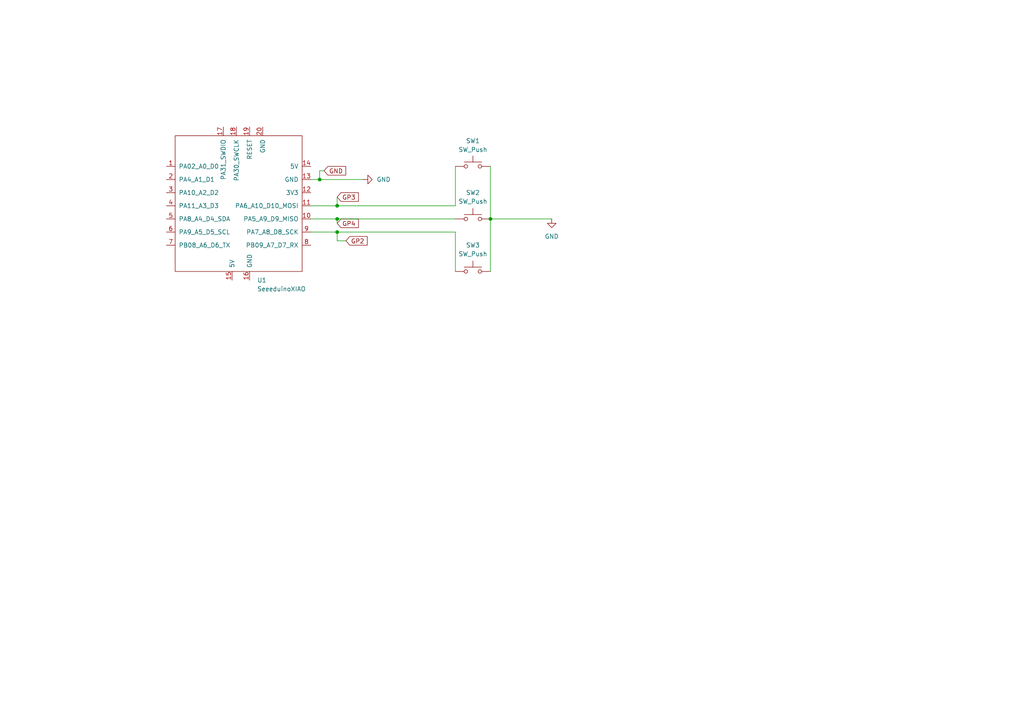
<source format=kicad_sch>
(kicad_sch (version 20231120) (generator "eeschema") (generator_version "8.0")
  (paper "A4")
  (lib_symbols
    (symbol "Seeeduino XIAO:SeeeduinoXIAO" (pin_names (offset 1.016))
      (property "Reference" "U" (at -19.05 22.86 0))
      (property "Value" "SeeeduinoXIAO" (at -12.7 21.59 0))
      (symbol "SeeeduinoXIAO_0_1"
        (rectangle (start -19.05 20.32) (end 17.78 -19.05))
      )
      (symbol "SeeeduinoXIAO_1_1"
        (pin unspecified line (at -21.59 11.43 0) (length 2.54) (name "PA02_A0_D0") (number "1"))
        (pin unspecified line (at 20.32 -3.81 180) (length 2.54) (name "PA5_A9_D9_MISO") (number "10"))
        (pin unspecified line (at 20.32 0 180) (length 2.54) (name "PA6_A10_D10_MOSI") (number "11"))
        (pin unspecified line (at 20.32 3.81 180) (length 2.54) (name "3V3") (number "12"))
        (pin unspecified line (at 20.32 7.62 180) (length 2.54) (name "GND") (number "13"))
        (pin unspecified line (at 20.32 11.43 180) (length 2.54) (name "5V") (number "14"))
        (pin input line (at -2.54 -21.59 90) (length 2.54) (name "5V") (number "15"))
        (pin input line (at 2.54 -21.59 90) (length 2.54) (name "GND") (number "16"))
        (pin input line (at -5.08 22.86 270) (length 2.54) (name "PA31_SWDIO") (number "17"))
        (pin input line (at -1.27 22.86 270) (length 2.54) (name "PA30_SWCLK") (number "18"))
        (pin input line (at 2.54 22.86 270) (length 2.54) (name "RESET") (number "19"))
        (pin unspecified line (at -21.59 7.62 0) (length 2.54) (name "PA4_A1_D1") (number "2"))
        (pin input line (at 6.35 22.86 270) (length 2.54) (name "GND") (number "20"))
        (pin unspecified line (at -21.59 3.81 0) (length 2.54) (name "PA10_A2_D2") (number "3"))
        (pin unspecified line (at -21.59 0 0) (length 2.54) (name "PA11_A3_D3") (number "4"))
        (pin unspecified line (at -21.59 -3.81 0) (length 2.54) (name "PA8_A4_D4_SDA") (number "5"))
        (pin unspecified line (at -21.59 -7.62 0) (length 2.54) (name "PA9_A5_D5_SCL") (number "6"))
        (pin unspecified line (at -21.59 -11.43 0) (length 2.54) (name "PB08_A6_D6_TX") (number "7"))
        (pin unspecified line (at 20.32 -11.43 180) (length 2.54) (name "PB09_A7_D7_RX") (number "8"))
        (pin unspecified line (at 20.32 -7.62 180) (length 2.54) (name "PA7_A8_D8_SCK") (number "9"))
      )
    )
    (symbol "Switch:SW_Push" (pin_numbers hide) (pin_names (offset 1.016) hide)
      (property "Reference" "SW" (at 1.27 2.54 0))
      (property "Value" "SW_Push" (at 0 -1.524 0))
      (symbol "SW_Push_0_1"
        (circle (center -2.032 0) (radius 0.508))
        (polyline (pts (xy 0 1.27) (xy 0 3.048)))
        (polyline (pts (xy 2.54 1.27) (xy -2.54 1.27)))
        (circle (center 2.032 0) (radius 0.508))
        (pin passive line (at -5.08 0 0) (length 2.54) (name "1") (number "1"))
        (pin passive line (at 5.08 0 180) (length 2.54) (name "2") (number "2"))
      )
    )
    (symbol "power:GND" (power) (pin_numbers hide) (pin_names (offset 0) hide)
      (property "Value" "GND" (at 0 -3.81 0))
      (symbol "GND_0_1"
        (polyline (pts (xy 0 0) (xy 0 -1.27) (xy 1.27 -1.27) (xy 0 -2.54) (xy -1.27 -1.27) (xy 0 -1.27)))
      )
      (symbol "GND_1_1"
        (pin power_in line (at 0 0 270) (length 0) (name "~") (number "1"))
      )
    )
  )
  (junction (at 97.79 67.31))
  (junction (at 97.79 63.5))
  (junction (at 97.79 59.69))
  (junction (at 92.71 52.07))
  (junction (at 142.24 63.5))
  (wire (pts (xy 142.24 63.5) (xy 160.02 63.5)))
  (wire (pts (xy 100.33 69.85) (xy 97.79 69.85)))
  (wire (pts (xy 90.17 52.07) (xy 92.71 52.07)))
  (wire (pts (xy 97.79 64.77) (xy 97.79 63.5)))
  (wire (pts (xy 97.79 69.85) (xy 97.79 67.31)))
  (wire (pts (xy 93.98 49.53) (xy 92.71 49.53)))
  (wire (pts (xy 132.08 78.74) (xy 132.08 67.31)))
  (wire (pts (xy 142.24 48.26) (xy 142.24 63.5)))
  (wire (pts (xy 97.79 63.5) (xy 132.08 63.5)))
  (wire (pts (xy 97.79 57.15) (xy 97.79 59.69)))
  (wire (pts (xy 132.08 48.26) (xy 132.08 59.69)))
  (wire (pts (xy 132.08 59.69) (xy 97.79 59.69)))
  (wire (pts (xy 90.17 63.5) (xy 97.79 63.5)))
  (wire (pts (xy 142.24 63.5) (xy 142.24 78.74)))
  (wire (pts (xy 97.79 67.31) (xy 90.17 67.31)))
  (wire (pts (xy 97.79 59.69) (xy 90.17 59.69)))
  (wire (pts (xy 92.71 49.53) (xy 92.71 52.07)))
  (wire (pts (xy 92.71 52.07) (xy 105.41 52.07)))
  (wire (pts (xy 132.08 67.31) (xy 97.79 67.31)))
  (global_label "GP3" (shape input) (at 97.79 57.15 0) (property "Intersheetrefs" "${INTERSHEET_REFS}" (effects (hide yes))))
  (global_label "GND" (shape input) (at 93.98 49.53 0) (property "Intersheetrefs" "${INTERSHEET_REFS}" (effects (hide yes))))
  (global_label "GP4" (shape input) (at 97.79 64.77 0) (property "Intersheetrefs" "${INTERSHEET_REFS}" (effects (hide yes))))
  (global_label "GP2" (shape input) (at 100.33 69.85 0) (property "Intersheetrefs" "${INTERSHEET_REFS}" (effects (hide yes))))
  (symbol (lib_id "Switch:SW_Push") (at 137.16 63.5 0) (unit 1)
    (property "Reference" "SW2" (at 137.16 55.88 0))
    (property "Value" "SW_Push" (at 137.16 58.42 0))
    (property "Footprint" "Button_Switch_Keyboard:SW_Cherry_MX_1.00u_PCB" (effects (hide yes)))
    (property "Description" "Push button switch, generic, two pins" (effects (hide yes)))
  )
  (symbol (lib_id "Switch:SW_Push") (at 137.16 48.26 0) (unit 1)
    (property "Reference" "SW1" (at 137.16 40.8587 0))
    (property "Value" "SW_Push" (at 137.16 43.3987 0))
    (property "Footprint" "Button_Switch_Keyboard:SW_Cherry_MX_1.00u_PCB" (effects (hide yes)))
    (property "Description" "Push button switch, generic, two pins" (effects (hide yes)))
  )
  (symbol (lib_id "Switch:SW_Push") (at 137.16 78.74 0) (unit 1)
    (property "Reference" "SW3" (at 137.16 71.12 0))
    (property "Value" "SW_Push" (at 137.16 73.66 0))
    (property "Footprint" "Button_Switch_Keyboard:SW_Cherry_MX_1.00u_PCB" (effects (hide yes)))
    (property "Description" "Push button switch, generic, two pins" (effects (hide yes)))
  )
  (symbol (lib_id "power:GND") (at 160.02 63.5 0) (unit 1)
    (property "Reference" "#PWR01" (effects (hide yes)))
    (property "Value" "GND" (at 160.02 68.58 0))
    (property "Description" "Power symbol creates a global label with name \"GND\" , ground" (effects (hide yes)))
  )
  (symbol (lib_id "power:GND") (at 105.41 52.07 90) (unit 1)
    (property "Reference" "#PWR02" (effects (hide yes)))
    (property "Value" "GND" (at 109.22 52.0699 90) (effects (justify right)))
    (property "Description" "Power symbol creates a global label with name \"GND\" , ground" (effects (hide yes)))
  )
  (symbol (lib_id "Seeeduino XIAO:SeeeduinoXIAO") (at 69.85 59.69 0) (unit 1)
    (property "Reference" "U1" (at 74.5841 81.28 0) (effects (justify left)))
    (property "Value" "SeeeduinoXIAO" (at 74.5841 83.82 0) (effects (justify left)))
    (property "Footprint" "Seeed Studio XIAO Series Library:XIAO-Generic-Thruhole-14P-2.54-21X17.8MM" (effects (hide yes)))
  )
)
</source>
